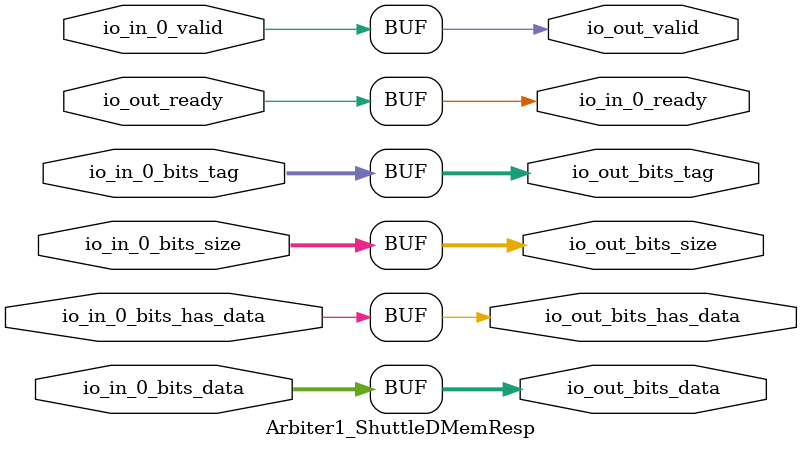
<source format=sv>
`ifndef RANDOMIZE
  `ifdef RANDOMIZE_REG_INIT
    `define RANDOMIZE
  `endif // RANDOMIZE_REG_INIT
`endif // not def RANDOMIZE
`ifndef RANDOMIZE
  `ifdef RANDOMIZE_MEM_INIT
    `define RANDOMIZE
  `endif // RANDOMIZE_MEM_INIT
`endif // not def RANDOMIZE

`ifndef RANDOM
  `define RANDOM $random
`endif // not def RANDOM

// Users can define 'PRINTF_COND' to add an extra gate to prints.
`ifndef PRINTF_COND_
  `ifdef PRINTF_COND
    `define PRINTF_COND_ (`PRINTF_COND)
  `else  // PRINTF_COND
    `define PRINTF_COND_ 1
  `endif // PRINTF_COND
`endif // not def PRINTF_COND_

// Users can define 'ASSERT_VERBOSE_COND' to add an extra gate to assert error printing.
`ifndef ASSERT_VERBOSE_COND_
  `ifdef ASSERT_VERBOSE_COND
    `define ASSERT_VERBOSE_COND_ (`ASSERT_VERBOSE_COND)
  `else  // ASSERT_VERBOSE_COND
    `define ASSERT_VERBOSE_COND_ 1
  `endif // ASSERT_VERBOSE_COND
`endif // not def ASSERT_VERBOSE_COND_

// Users can define 'STOP_COND' to add an extra gate to stop conditions.
`ifndef STOP_COND_
  `ifdef STOP_COND
    `define STOP_COND_ (`STOP_COND)
  `else  // STOP_COND
    `define STOP_COND_ 1
  `endif // STOP_COND
`endif // not def STOP_COND_

// Users can define INIT_RANDOM as general code that gets injected into the
// initializer block for modules with registers.
`ifndef INIT_RANDOM
  `define INIT_RANDOM
`endif // not def INIT_RANDOM

// If using random initialization, you can also define RANDOMIZE_DELAY to
// customize the delay used, otherwise 0.002 is used.
`ifndef RANDOMIZE_DELAY
  `define RANDOMIZE_DELAY 0.002
`endif // not def RANDOMIZE_DELAY

// Define INIT_RANDOM_PROLOG_ for use in our modules below.
`ifndef INIT_RANDOM_PROLOG_
  `ifdef RANDOMIZE
    `ifdef VERILATOR
      `define INIT_RANDOM_PROLOG_ `INIT_RANDOM
    `else  // VERILATOR
      `define INIT_RANDOM_PROLOG_ `INIT_RANDOM #`RANDOMIZE_DELAY begin end
    `endif // VERILATOR
  `else  // RANDOMIZE
    `define INIT_RANDOM_PROLOG_
  `endif // RANDOMIZE
`endif // not def INIT_RANDOM_PROLOG_

// Include register initializers in init blocks unless synthesis is set
`ifndef SYNTHESIS
  `ifndef ENABLE_INITIAL_REG_
    `define ENABLE_INITIAL_REG_
  `endif // not def ENABLE_INITIAL_REG_
`endif // not def SYNTHESIS

// Include rmemory initializers in init blocks unless synthesis is set
`ifndef SYNTHESIS
  `ifndef ENABLE_INITIAL_MEM_
    `define ENABLE_INITIAL_MEM_
  `endif // not def ENABLE_INITIAL_MEM_
`endif // not def SYNTHESIS

module Arbiter1_ShuttleDMemResp(	// @[src/main/scala/chisel3/util/Arbiter.scala:133:7]
  output        io_in_0_ready,	// @[src/main/scala/chisel3/util/Arbiter.scala:140:14]
  input         io_in_0_valid,	// @[src/main/scala/chisel3/util/Arbiter.scala:140:14]
  input         io_in_0_bits_has_data,	// @[src/main/scala/chisel3/util/Arbiter.scala:140:14]
  input  [6:0]  io_in_0_bits_tag,	// @[src/main/scala/chisel3/util/Arbiter.scala:140:14]
  input  [63:0] io_in_0_bits_data,	// @[src/main/scala/chisel3/util/Arbiter.scala:140:14]
  input  [1:0]  io_in_0_bits_size,	// @[src/main/scala/chisel3/util/Arbiter.scala:140:14]
  input         io_out_ready,	// @[src/main/scala/chisel3/util/Arbiter.scala:140:14]
  output        io_out_valid,	// @[src/main/scala/chisel3/util/Arbiter.scala:140:14]
  output        io_out_bits_has_data,	// @[src/main/scala/chisel3/util/Arbiter.scala:140:14]
  output [6:0]  io_out_bits_tag,	// @[src/main/scala/chisel3/util/Arbiter.scala:140:14]
  output [63:0] io_out_bits_data,	// @[src/main/scala/chisel3/util/Arbiter.scala:140:14]
  output [1:0]  io_out_bits_size	// @[src/main/scala/chisel3/util/Arbiter.scala:140:14]
);

  assign io_in_0_ready = io_out_ready;	// @[src/main/scala/chisel3/util/Arbiter.scala:133:7]
  assign io_out_valid = io_in_0_valid;	// @[src/main/scala/chisel3/util/Arbiter.scala:133:7]
  assign io_out_bits_has_data = io_in_0_bits_has_data;	// @[src/main/scala/chisel3/util/Arbiter.scala:133:7]
  assign io_out_bits_tag = io_in_0_bits_tag;	// @[src/main/scala/chisel3/util/Arbiter.scala:133:7]
  assign io_out_bits_data = io_in_0_bits_data;	// @[src/main/scala/chisel3/util/Arbiter.scala:133:7]
  assign io_out_bits_size = io_in_0_bits_size;	// @[src/main/scala/chisel3/util/Arbiter.scala:133:7]
endmodule


</source>
